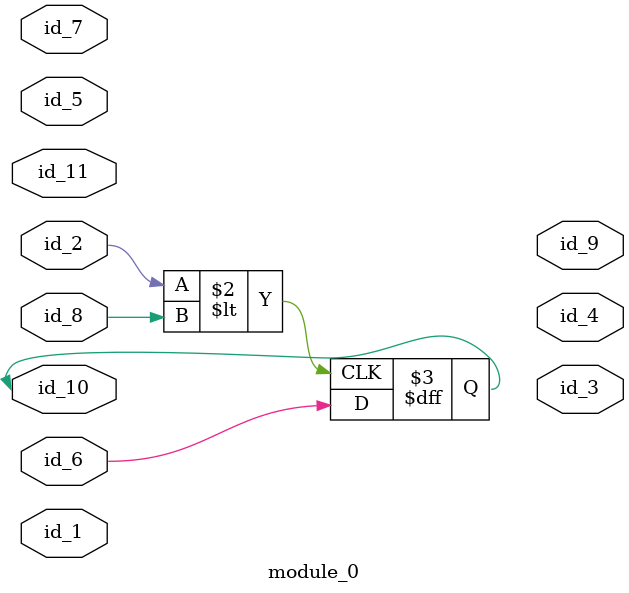
<source format=v>
module module_0 (
    id_1,
    id_2,
    id_3,
    id_4,
    id_5,
    id_6,
    id_7,
    id_8,
    id_9,
    id_10,
    id_11
);
  inout id_11;
  inout id_10;
  output id_9;
  input id_8;
  inout id_7;
  inout id_6;
  input id_5;
  output id_4;
  output id_3;
  inout id_2;
  input id_1;
  generate
    always @(posedge id_2 < id_8) begin
      #1;
      id_10 = id_6;
    end
  endgenerate
endmodule

</source>
